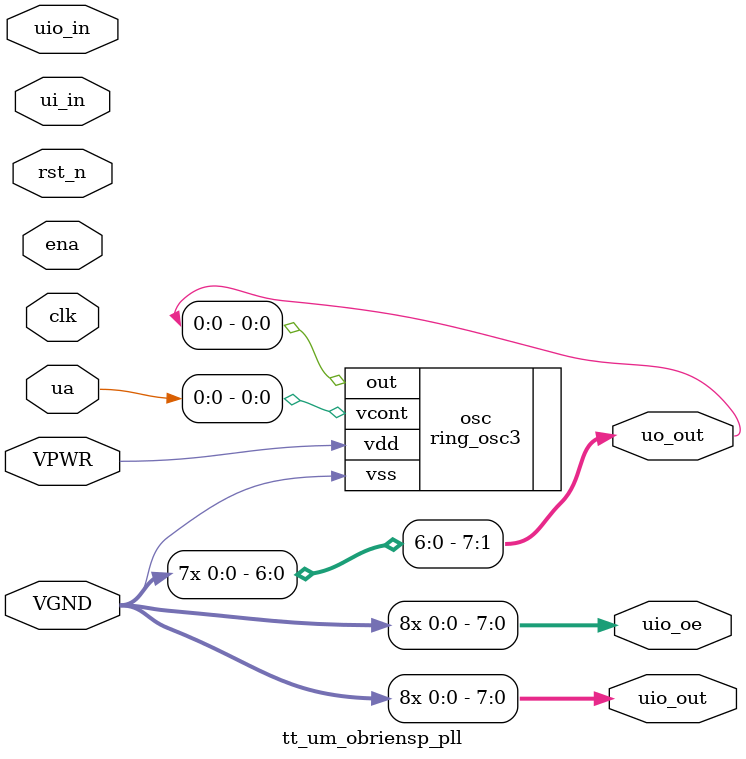
<source format=v>
/*
 * Copyright (c) 2024 Sean Patrick O'Brien
 * SPDX-License-Identifier: Apache-2.0
 */

`default_nettype none

module tt_um_obriensp_pll (
    input  wire       VGND,
    input  wire       VPWR,
    input  wire [7:0] ui_in,    // Dedicated inputs
    output wire [7:0] uo_out,   // Dedicated outputs
    input  wire [7:0] uio_in,   // IOs: Input path
    output wire [7:0] uio_out,  // IOs: Output path
    output wire [7:0] uio_oe,   // IOs: Enable path (active high: 0=input, 1=output)
    inout  wire [7:0] ua,       // Analog pins, only ua[5:0] can be used
    input  wire       ena,      // always 1 when the design is powered, so you can ignore it
    input  wire       clk,      // clock
    input  wire       rst_n     // reset_n - low to reset
);

ring_osc3 osc(
    .vdd(VPWR),
    .vss(VGND),
    .vcont(ua[0]),
    .out(uo_out[0])
);

assign uo_out[1]  = VGND;
assign uo_out[2]  = VGND;
assign uo_out[3]  = VGND;
assign uo_out[4]  = VGND;
assign uo_out[5]  = VGND;
assign uo_out[6]  = VGND;
assign uo_out[7]  = VGND;

assign uio_out[0] = VGND;
assign uio_out[1] = VGND;
assign uio_out[2] = VGND;
assign uio_out[3] = VGND;
assign uio_out[4] = VGND;
assign uio_out[5] = VGND;
assign uio_out[6] = VGND;
assign uio_out[7] = VGND;

assign uio_oe[0]  = VGND;
assign uio_oe[1]  = VGND;
assign uio_oe[2]  = VGND;
assign uio_oe[3]  = VGND;
assign uio_oe[4]  = VGND;
assign uio_oe[5]  = VGND;
assign uio_oe[6]  = VGND;
assign uio_oe[7]  = VGND;

endmodule

</source>
